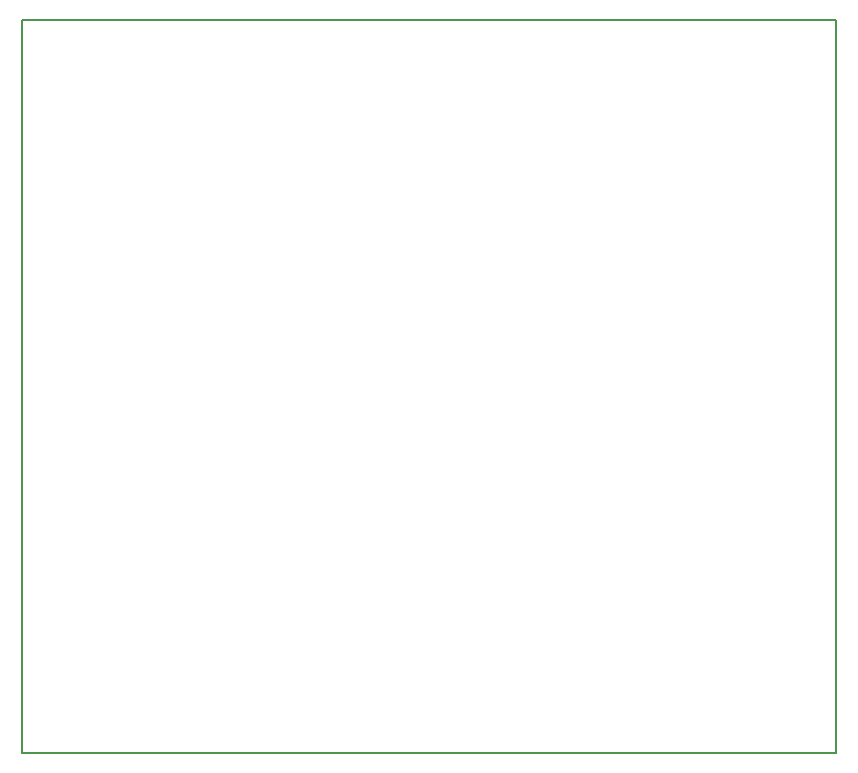
<source format=gbo>
G04 MADE WITH FRITZING*
G04 WWW.FRITZING.ORG*
G04 DOUBLE SIDED*
G04 HOLES PLATED*
G04 CONTOUR ON CENTER OF CONTOUR VECTOR*
%ASAXBY*%
%FSLAX23Y23*%
%MOIN*%
%OFA0B0*%
%SFA1.0B1.0*%
%ADD10R,2.724220X2.452770X2.708220X2.436770*%
%ADD11C,0.008000*%
%LNSILK0*%
G90*
G70*
G54D11*
X4Y2449D02*
X2720Y2449D01*
X2720Y4D01*
X4Y4D01*
X4Y2449D01*
D02*
G04 End of Silk0*
M02*
</source>
